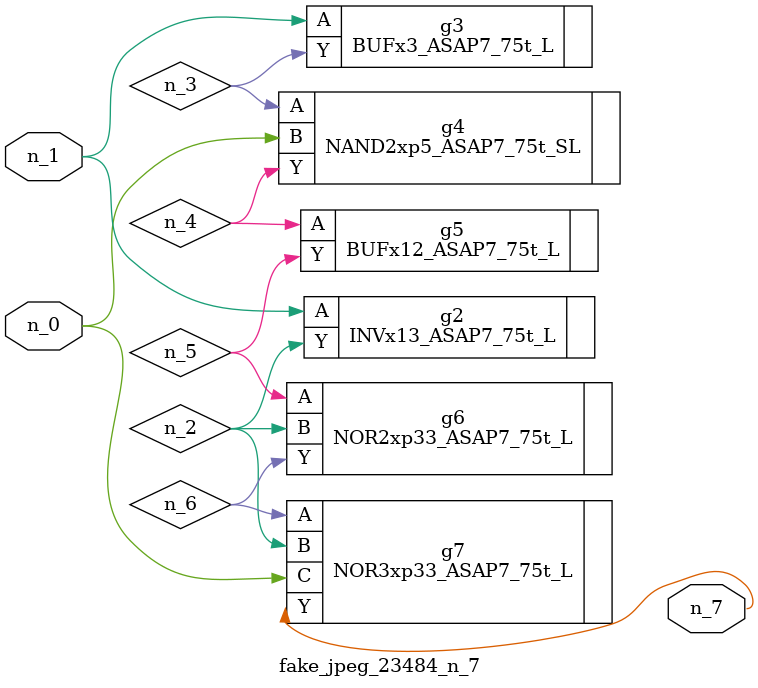
<source format=v>
module fake_jpeg_23484_n_7 (n_0, n_1, n_7);

input n_0;
input n_1;

output n_7;

wire n_3;
wire n_2;
wire n_4;
wire n_6;
wire n_5;

INVx13_ASAP7_75t_L g2 ( 
.A(n_1),
.Y(n_2)
);

BUFx3_ASAP7_75t_L g3 ( 
.A(n_1),
.Y(n_3)
);

NAND2xp5_ASAP7_75t_SL g4 ( 
.A(n_3),
.B(n_0),
.Y(n_4)
);

BUFx12_ASAP7_75t_L g5 ( 
.A(n_4),
.Y(n_5)
);

NOR2xp33_ASAP7_75t_L g6 ( 
.A(n_5),
.B(n_2),
.Y(n_6)
);

NOR3xp33_ASAP7_75t_L g7 ( 
.A(n_6),
.B(n_2),
.C(n_0),
.Y(n_7)
);


endmodule
</source>
